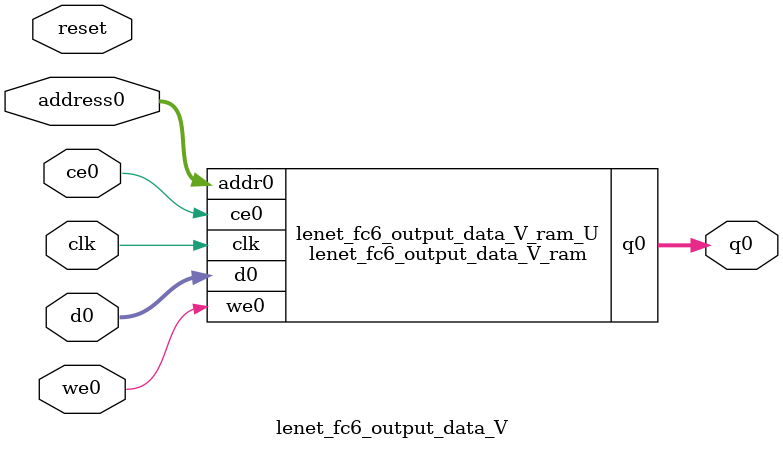
<source format=v>
`timescale 1 ns / 1 ps
module lenet_fc6_output_data_V_ram (addr0, ce0, d0, we0, q0,  clk);

parameter DWIDTH = 16;
parameter AWIDTH = 4;
parameter MEM_SIZE = 10;

input[AWIDTH-1:0] addr0;
input ce0;
input[DWIDTH-1:0] d0;
input we0;
output reg[DWIDTH-1:0] q0;
input clk;

(* ram_style = "distributed" *)reg [DWIDTH-1:0] ram[0:MEM_SIZE-1];




always @(posedge clk)  
begin 
    if (ce0) 
    begin
        if (we0) 
        begin 
            ram[addr0] <= d0; 
        end 
        q0 <= ram[addr0];
    end
end


endmodule

`timescale 1 ns / 1 ps
module lenet_fc6_output_data_V(
    reset,
    clk,
    address0,
    ce0,
    we0,
    d0,
    q0);

parameter DataWidth = 32'd16;
parameter AddressRange = 32'd10;
parameter AddressWidth = 32'd4;
input reset;
input clk;
input[AddressWidth - 1:0] address0;
input ce0;
input we0;
input[DataWidth - 1:0] d0;
output[DataWidth - 1:0] q0;



lenet_fc6_output_data_V_ram lenet_fc6_output_data_V_ram_U(
    .clk( clk ),
    .addr0( address0 ),
    .ce0( ce0 ),
    .we0( we0 ),
    .d0( d0 ),
    .q0( q0 ));

endmodule


</source>
